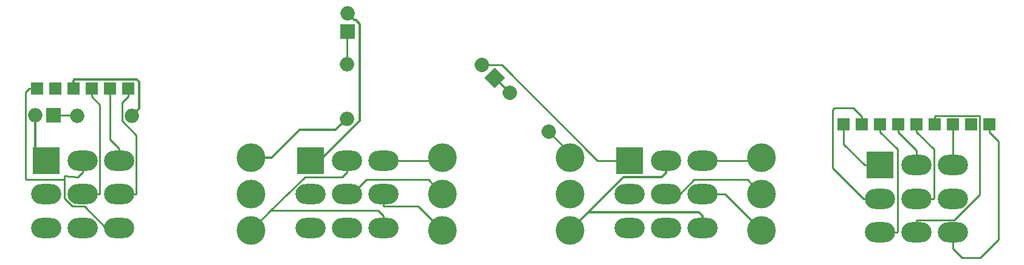
<source format=gbr>
G04 #@! TF.GenerationSoftware,KiCad,Pcbnew,(5.1.5-0-10_14)*
G04 #@! TF.CreationDate,2020-11-20T14:40:15+01:00*
G04 #@! TF.ProjectId,3pdt,33706474-2e6b-4696-9361-645f70636258,rev?*
G04 #@! TF.SameCoordinates,Original*
G04 #@! TF.FileFunction,Copper,L1,Top*
G04 #@! TF.FilePolarity,Positive*
%FSLAX46Y46*%
G04 Gerber Fmt 4.6, Leading zero omitted, Abs format (unit mm)*
G04 Created by KiCad (PCBNEW (5.1.5-0-10_14)) date 2020-11-20 14:40:15*
%MOMM*%
%LPD*%
G04 APERTURE LIST*
%ADD10O,4.200000X2.800000*%
%ADD11R,3.816000X3.816000*%
%ADD12R,2.000000X2.000000*%
%ADD13O,2.000000X2.000000*%
%ADD14R,1.700000X1.700000*%
%ADD15C,4.000500*%
%ADD16C,0.100000*%
%ADD17C,2.000000*%
%ADD18C,0.250000*%
%ADD19C,0.300000*%
G04 APERTURE END LIST*
D10*
X235585000Y-68835000D03*
X235585000Y-64135000D03*
X235585000Y-59435000D03*
X230505000Y-68835000D03*
X230505000Y-64135000D03*
X230505000Y-59435000D03*
X225425000Y-68835000D03*
X225425000Y-64135000D03*
D11*
X225425000Y-59435000D03*
D10*
X200660000Y-68200000D03*
X200660000Y-63500000D03*
X200660000Y-58800000D03*
X195580000Y-68200000D03*
X195580000Y-63500000D03*
X195580000Y-58800000D03*
X190500000Y-68200000D03*
X190500000Y-63500000D03*
D11*
X190500000Y-58800000D03*
D10*
X119380000Y-68200000D03*
X119380000Y-63500000D03*
X119380000Y-58800000D03*
X114300000Y-68200000D03*
X114300000Y-63500000D03*
X114300000Y-58800000D03*
X109220000Y-68200000D03*
X109220000Y-63500000D03*
D11*
X109220000Y-58800000D03*
D10*
X156210000Y-68200000D03*
X156210000Y-63500000D03*
X156210000Y-58800000D03*
X151130000Y-68200000D03*
X151130000Y-63500000D03*
X151130000Y-58800000D03*
X146050000Y-68200000D03*
X146050000Y-63500000D03*
D11*
X146050000Y-58800000D03*
D12*
X110236000Y-52451000D03*
D13*
X107696000Y-52451000D03*
X113538000Y-52578000D03*
X121158000Y-52578000D03*
D14*
X107950000Y-48768000D03*
X120650000Y-48768000D03*
X110490000Y-48768000D03*
X113030000Y-48768000D03*
X115570000Y-48768000D03*
X118110000Y-48768000D03*
D12*
X151193500Y-40767000D03*
D13*
X151193500Y-38227000D03*
D15*
X137795000Y-68580000D03*
X164465000Y-68580000D03*
X137795000Y-63500000D03*
X137795000Y-58420000D03*
X164465000Y-63500000D03*
X164465000Y-58420000D03*
D13*
X151130000Y-45339000D03*
X151130000Y-52959000D03*
G04 #@! TA.AperFunction,ComponentPad*
D16*
G36*
X173127240Y-47253026D02*
G01*
X171713026Y-48667240D01*
X170298812Y-47253026D01*
X171713026Y-45838812D01*
X173127240Y-47253026D01*
G37*
G04 #@! TD.AperFunction*
D17*
X169916974Y-45456974D02*
X169916974Y-45456974D01*
D15*
X182245000Y-68580000D03*
X208915000Y-68580000D03*
X182245000Y-63500000D03*
X182245000Y-58420000D03*
X208915000Y-63500000D03*
X208915000Y-58420000D03*
D14*
X222885000Y-53721000D03*
X230505000Y-53721000D03*
X238125000Y-53721000D03*
X220345000Y-53721000D03*
X225425000Y-53721000D03*
X227965000Y-53721000D03*
X233045000Y-53721000D03*
X235585000Y-53721000D03*
X240665000Y-53721000D03*
D17*
X173835923Y-49375923D02*
X173835923Y-49375923D01*
X179224077Y-54764077D02*
X179224077Y-54764077D01*
D18*
X113411000Y-52451000D02*
X113538000Y-52578000D01*
X110236000Y-52451000D02*
X113411000Y-52451000D01*
D19*
X107696000Y-57276000D02*
X109220000Y-58800000D01*
X107696000Y-52451000D02*
X107696000Y-57276000D01*
D18*
X113666999Y-61083001D02*
X114300000Y-60450000D01*
X114300000Y-60450000D02*
X114300000Y-58800000D01*
X117510243Y-68200000D02*
X114535253Y-65225010D01*
X119380000Y-68200000D02*
X117510243Y-68200000D01*
X111760000Y-60960000D02*
X113666999Y-61083001D01*
X112885478Y-65225010D02*
X111760000Y-64099532D01*
X114535253Y-65225010D02*
X112885478Y-65225010D01*
X106426000Y-61468000D02*
X111760000Y-61468000D01*
X106320999Y-61362999D02*
X106426000Y-61468000D01*
X107950000Y-48768000D02*
X106850000Y-48768000D01*
X111760000Y-61468000D02*
X111760000Y-60960000D01*
X106320999Y-49297001D02*
X106320999Y-61362999D01*
X106850000Y-48768000D02*
X106320999Y-49297001D01*
X111760000Y-64099532D02*
X111760000Y-61468000D01*
X119782999Y-50735001D02*
X120650000Y-49868000D01*
X119782999Y-53238001D02*
X119782999Y-50735001D01*
X121805010Y-55260012D02*
X119782999Y-53238001D01*
X120650000Y-49868000D02*
X120650000Y-48768000D01*
X121805010Y-63424990D02*
X121805010Y-55260012D01*
X121730000Y-63500000D02*
X121805010Y-63424990D01*
X119380000Y-63500000D02*
X121730000Y-63500000D01*
D19*
X122157999Y-51578001D02*
X121158000Y-52578000D01*
X122157999Y-47855997D02*
X122157999Y-51578001D01*
X121820001Y-47517999D02*
X122157999Y-47855997D01*
X113130001Y-47517999D02*
X121820001Y-47517999D01*
X113030000Y-47618000D02*
X113130001Y-47517999D01*
X113030000Y-48768000D02*
X113030000Y-47618000D01*
D18*
X116725010Y-63424990D02*
X116650000Y-63500000D01*
X116650000Y-63500000D02*
X114300000Y-63500000D01*
X116725010Y-51023010D02*
X116725010Y-63424990D01*
X115570000Y-49868000D02*
X116725010Y-51023010D01*
X115570000Y-48768000D02*
X115570000Y-49868000D01*
X118110000Y-55880000D02*
X118110000Y-49868000D01*
X119380000Y-57150000D02*
X118110000Y-55880000D01*
X118110000Y-49868000D02*
X118110000Y-48768000D01*
X119380000Y-58800000D02*
X119380000Y-57150000D01*
X151130000Y-40830500D02*
X151193500Y-40767000D01*
X151130000Y-45339000D02*
X151130000Y-40830500D01*
D19*
X152373501Y-39226999D02*
X152908000Y-39761498D01*
X152193499Y-39226999D02*
X152373501Y-39226999D01*
X151193500Y-38227000D02*
X152193499Y-39226999D01*
X147361002Y-58800000D02*
X146050000Y-58800000D01*
X152908000Y-53253002D02*
X147361002Y-58800000D01*
X152908000Y-39761498D02*
X152908000Y-53253002D01*
D18*
X151130000Y-60450000D02*
X151130000Y-58800000D01*
X150496999Y-61083001D02*
X151130000Y-60450000D01*
X145291999Y-61083001D02*
X150496999Y-61083001D01*
X155446000Y-65786000D02*
X140462000Y-65786000D01*
X156210000Y-66550000D02*
X155446000Y-65786000D01*
X156210000Y-68200000D02*
X156210000Y-66550000D01*
X140462000Y-65786000D02*
X145291999Y-61083001D01*
X137795000Y-68580000D02*
X140462000Y-65786000D01*
X156210000Y-63500000D02*
X156210000Y-65150000D01*
X161035000Y-65150000D02*
X164465000Y-68580000D01*
X156210000Y-65150000D02*
X161035000Y-65150000D01*
D19*
X150130001Y-53958999D02*
X151130000Y-52959000D01*
X149561990Y-54527010D02*
X150130001Y-53958999D01*
X144516770Y-54527010D02*
X149561990Y-54527010D01*
X140623780Y-58420000D02*
X144516770Y-54527010D01*
X137795000Y-58420000D02*
X140623780Y-58420000D01*
D18*
X162464751Y-61499751D02*
X164465000Y-63500000D01*
X153830249Y-61499751D02*
X162464751Y-61499751D01*
X151830000Y-63500000D02*
X153830249Y-61499751D01*
X151130000Y-63500000D02*
X151830000Y-63500000D01*
X164085000Y-58800000D02*
X164465000Y-58420000D01*
X156210000Y-58800000D02*
X164085000Y-58800000D01*
D19*
X195580000Y-60500000D02*
X195580000Y-58800000D01*
X194971999Y-61108001D02*
X195580000Y-60500000D01*
X189646401Y-61108001D02*
X194971999Y-61108001D01*
X184245249Y-66579751D02*
X184245249Y-66509153D01*
X182245000Y-68580000D02*
X184245249Y-66579751D01*
X184749701Y-66004701D02*
X200164701Y-66004701D01*
X200660000Y-66500000D02*
X200660000Y-68200000D01*
X184245249Y-66509153D02*
X184749701Y-66004701D01*
X200164701Y-66004701D02*
X200660000Y-66500000D01*
X184749701Y-66004701D02*
X189646401Y-61108001D01*
D18*
X173835923Y-49375923D02*
X171713026Y-47253026D01*
X188342000Y-58800000D02*
X190500000Y-58800000D01*
X186066372Y-58800000D02*
X188342000Y-58800000D01*
X172723346Y-45456974D02*
X186066372Y-58800000D01*
X169916974Y-45456974D02*
X172723346Y-45456974D01*
X203835000Y-63500000D02*
X208915000Y-68580000D01*
X200660000Y-63500000D02*
X203835000Y-63500000D01*
X182245000Y-57785000D02*
X182245000Y-58420000D01*
X179224077Y-54764077D02*
X182245000Y-57785000D01*
X206914751Y-61499751D02*
X208915000Y-63500000D01*
X197520468Y-63500000D02*
X199520717Y-61499751D01*
X199520717Y-61499751D02*
X206914751Y-61499751D01*
X195580000Y-63500000D02*
X197520468Y-63500000D01*
X208535000Y-58800000D02*
X208915000Y-58420000D01*
X200660000Y-58800000D02*
X208535000Y-58800000D01*
X222885000Y-52621000D02*
X221699000Y-51435000D01*
X222885000Y-53721000D02*
X222885000Y-52621000D01*
X219075000Y-51435000D02*
X218790010Y-51719990D01*
X221699000Y-51435000D02*
X219075000Y-51435000D01*
X223075000Y-64135000D02*
X225425000Y-64135000D01*
X218790010Y-59850010D02*
X223075000Y-64135000D01*
X218790010Y-51719990D02*
X218790010Y-59850010D01*
X232855000Y-64135000D02*
X230505000Y-64135000D01*
X232930010Y-57246010D02*
X232930010Y-64059990D01*
X230505000Y-54821000D02*
X232930010Y-57246010D01*
X232930010Y-64059990D02*
X232855000Y-64135000D01*
X230505000Y-53721000D02*
X230505000Y-54821000D01*
X223267000Y-59435000D02*
X225425000Y-59435000D01*
X220345000Y-56513000D02*
X223267000Y-59435000D01*
X220345000Y-53721000D02*
X220345000Y-56513000D01*
X227850010Y-68759990D02*
X227775000Y-68835000D01*
X227850010Y-57246010D02*
X227850010Y-68759990D01*
X225425000Y-54821000D02*
X227850010Y-57246010D01*
X227775000Y-68835000D02*
X225425000Y-68835000D01*
X225425000Y-53721000D02*
X225425000Y-54821000D01*
X230505000Y-57361000D02*
X230505000Y-57785000D01*
X227965000Y-54821000D02*
X230505000Y-57361000D01*
X230505000Y-57785000D02*
X230505000Y-59435000D01*
X227965000Y-53721000D02*
X227965000Y-54821000D01*
X230505000Y-67185000D02*
X230505000Y-68835000D01*
X235749542Y-67109990D02*
X230580010Y-67109990D01*
X239300001Y-63559531D02*
X235749542Y-67109990D01*
X239235001Y-52545999D02*
X239300001Y-52610999D01*
X233120001Y-52545999D02*
X239235001Y-52545999D01*
X230580010Y-67109990D02*
X230505000Y-67185000D01*
X239300001Y-52610999D02*
X239300001Y-63559531D01*
X233045000Y-52621000D02*
X233120001Y-52545999D01*
X233045000Y-53721000D02*
X233045000Y-52621000D01*
X235585000Y-53721000D02*
X235585000Y-59435000D01*
X240665000Y-54821000D02*
X241935000Y-56091000D01*
X240665000Y-53721000D02*
X240665000Y-54821000D01*
X241935000Y-69850000D02*
X239395000Y-72390000D01*
X241935000Y-56091000D02*
X241935000Y-69850000D01*
X239395000Y-72390000D02*
X236855000Y-72390000D01*
X235585000Y-71120000D02*
X235585000Y-68835000D01*
X236855000Y-72390000D02*
X235585000Y-71120000D01*
M02*

</source>
